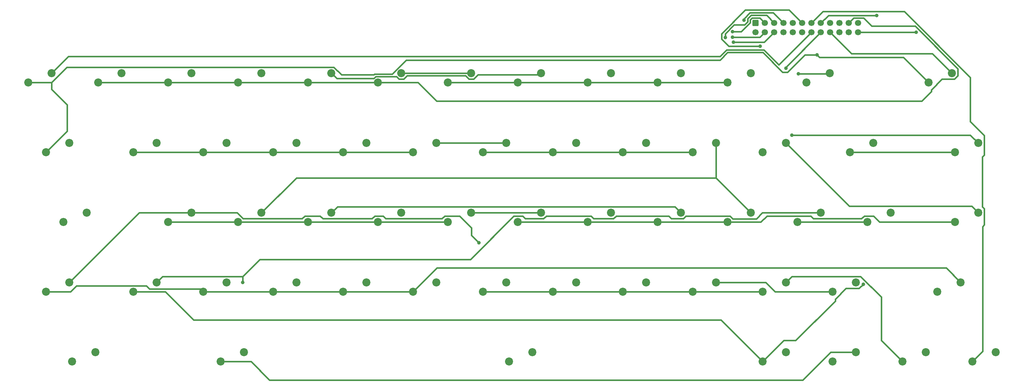
<source format=gbr>
%TF.GenerationSoftware,KiCad,Pcbnew,7.0.1*%
%TF.CreationDate,2023-10-19T22:58:34+03:00*%
%TF.ProjectId,keyboard_cherry,6b657962-6f61-4726-945f-636865727279,rev?*%
%TF.SameCoordinates,Original*%
%TF.FileFunction,Copper,L1,Top*%
%TF.FilePolarity,Positive*%
%FSLAX46Y46*%
G04 Gerber Fmt 4.6, Leading zero omitted, Abs format (unit mm)*
G04 Created by KiCad (PCBNEW 7.0.1) date 2023-10-19 22:58:34*
%MOMM*%
%LPD*%
G01*
G04 APERTURE LIST*
G04 Aperture macros list*
%AMRoundRect*
0 Rectangle with rounded corners*
0 $1 Rounding radius*
0 $2 $3 $4 $5 $6 $7 $8 $9 X,Y pos of 4 corners*
0 Add a 4 corners polygon primitive as box body*
4,1,4,$2,$3,$4,$5,$6,$7,$8,$9,$2,$3,0*
0 Add four circle primitives for the rounded corners*
1,1,$1+$1,$2,$3*
1,1,$1+$1,$4,$5*
1,1,$1+$1,$6,$7*
1,1,$1+$1,$8,$9*
0 Add four rect primitives between the rounded corners*
20,1,$1+$1,$2,$3,$4,$5,0*
20,1,$1+$1,$4,$5,$6,$7,0*
20,1,$1+$1,$6,$7,$8,$9,0*
20,1,$1+$1,$8,$9,$2,$3,0*%
G04 Aperture macros list end*
%TA.AperFunction,ComponentPad*%
%ADD10RoundRect,0.250000X0.600000X-0.600000X0.600000X0.600000X-0.600000X0.600000X-0.600000X-0.600000X0*%
%TD*%
%TA.AperFunction,ComponentPad*%
%ADD11C,1.700000*%
%TD*%
%TA.AperFunction,ComponentPad*%
%ADD12C,2.200000*%
%TD*%
%TA.AperFunction,ViaPad*%
%ADD13C,1.000000*%
%TD*%
%TA.AperFunction,Conductor*%
%ADD14C,0.400000*%
%TD*%
G04 APERTURE END LIST*
D10*
%TO.P,J1,1,Pin_1*%
%TO.N,Net-(J1-Pin_1)*%
X211750000Y-4590000D03*
D11*
%TO.P,J1,2,Pin_2*%
%TO.N,Net-(J1-Pin_2)*%
X211750000Y-7130000D03*
%TO.P,J1,3,Pin_3*%
%TO.N,Net-(J1-Pin_3)*%
X214290000Y-4590000D03*
%TO.P,J1,4,Pin_4*%
%TO.N,Net-(J1-Pin_4)*%
X214290000Y-7130000D03*
%TO.P,J1,5,Pin_5*%
%TO.N,Net-(J1-Pin_5)*%
X216830000Y-4590000D03*
%TO.P,J1,6,Pin_6*%
%TO.N,Net-(J1-Pin_6)*%
X216830000Y-7130000D03*
%TO.P,J1,7,Pin_7*%
%TO.N,Net-(J1-Pin_7)*%
X219370000Y-4590000D03*
%TO.P,J1,8,Pin_8*%
%TO.N,Net-(J1-Pin_8)*%
X219370000Y-7130000D03*
%TO.P,J1,9,Pin_9*%
%TO.N,Net-(J1-Pin_9)*%
X221910000Y-4590000D03*
%TO.P,J1,10,Pin_10*%
%TO.N,Net-(J1-Pin_10)*%
X221910000Y-7130000D03*
%TO.P,J1,11,Pin_11*%
%TO.N,Net-(J1-Pin_11)*%
X224450000Y-4590000D03*
%TO.P,J1,12,Pin_12*%
%TO.N,Net-(J1-Pin_12)*%
X224450000Y-7130000D03*
%TO.P,J1,13,Pin_13*%
%TO.N,Net-(J1-Pin_13)*%
X226990000Y-4590000D03*
%TO.P,J1,14,Pin_14*%
%TO.N,Net-(J1-Pin_14)*%
X226990000Y-7130000D03*
%TO.P,J1,15,Pin_15*%
%TO.N,Net-(J1-Pin_15)*%
X229530000Y-4590000D03*
%TO.P,J1,16,Pin_16*%
%TO.N,Net-(J1-Pin_16)*%
X229530000Y-7130000D03*
%TO.P,J1,17,Pin_17*%
%TO.N,Net-(J1-Pin_17)*%
X232070000Y-4590000D03*
%TO.P,J1,18,Pin_18*%
%TO.N,Net-(J1-Pin_18)*%
X232070000Y-7130000D03*
%TO.P,J1,19,Pin_19*%
%TO.N,Net-(J1-Pin_19)*%
X234610000Y-4590000D03*
%TO.P,J1,20,Pin_20*%
%TO.N,Net-(J1-Pin_20)*%
X234610000Y-7130000D03*
%TO.P,J1,21,Pin_21*%
%TO.N,Net-(J1-Pin_21)*%
X237150000Y-4590000D03*
%TO.P,J1,22,Pin_22*%
%TO.N,Net-(J1-Pin_22)*%
X237150000Y-7130000D03*
%TO.P,J1,23,Pin_23*%
%TO.N,Net-(J1-Pin_23)*%
X239690000Y-4590000D03*
%TO.P,J1,24,Pin_24*%
%TO.N,Net-(J1-Pin_24)*%
X239690000Y-7130000D03*
%TD*%
D12*
%TO.P,SW21,1,1*%
%TO.N,Net-(J1-Pin_4)*%
X162867900Y-37350000D03*
%TO.P,SW21,2,2*%
%TO.N,Net-(J1-Pin_17)*%
X156517900Y-39890000D03*
%TD*%
%TO.P,SW59,1,1*%
%TO.N,Net-(J1-Pin_6)*%
X277167900Y-94500000D03*
%TO.P,SW59,2,2*%
%TO.N,Net-(J1-Pin_13)*%
X270817900Y-97040000D03*
%TD*%
%TO.P,SW33,1,1*%
%TO.N,Net-(J1-Pin_3)*%
X153342900Y-56400000D03*
%TO.P,SW33,2,2*%
%TO.N,Net-(J1-Pin_15)*%
X146992900Y-58940000D03*
%TD*%
%TO.P,SW60,1,1*%
%TO.N,Net-(J1-Pin_1)*%
X231924200Y-18300000D03*
%TO.P,SW60,2,2*%
%TO.N,Net-(J1-Pin_2)*%
X225574200Y-20840000D03*
%TD*%
%TO.P,SW2,1,1*%
%TO.N,Net-(J1-Pin_9)*%
X272405400Y-37350000D03*
%TO.P,SW2,2,2*%
%TO.N,Net-(J1-Pin_20)*%
X266055400Y-39890000D03*
%TD*%
%TO.P,SW23,1,1*%
%TO.N,Net-(J1-Pin_6)*%
X200967900Y-37350000D03*
%TO.P,SW23,2,2*%
%TO.N,Net-(J1-Pin_17)*%
X194617900Y-39890000D03*
%TD*%
%TO.P,SW25,1,1*%
%TO.N,Net-(J1-Pin_11)*%
X72380400Y-94500000D03*
%TO.P,SW25,2,2*%
%TO.N,Net-(J1-Pin_18)*%
X66030400Y-97040000D03*
%TD*%
%TO.P,SW46,1,1*%
%TO.N,Net-(J1-Pin_5)*%
X181917900Y-75450000D03*
%TO.P,SW46,2,2*%
%TO.N,Net-(J1-Pin_13)*%
X175567900Y-77990000D03*
%TD*%
%TO.P,SW29,1,1*%
%TO.N,Net-(J1-Pin_6)*%
X77142900Y-56400000D03*
%TO.P,SW29,2,2*%
%TO.N,Net-(J1-Pin_23)*%
X70792900Y-58940000D03*
%TD*%
%TO.P,SW32,1,1*%
%TO.N,Net-(J1-Pin_3)*%
X134292900Y-56400000D03*
%TO.P,SW32,2,2*%
%TO.N,Net-(J1-Pin_23)*%
X127942900Y-58940000D03*
%TD*%
%TO.P,SW17,1,1*%
%TO.N,Net-(J1-Pin_5)*%
X86667900Y-37350000D03*
%TO.P,SW17,2,2*%
%TO.N,Net-(J1-Pin_22)*%
X80317900Y-39890000D03*
%TD*%
%TO.P,SW49,1,1*%
%TO.N,Net-(J1-Pin_13)*%
X31899200Y-94500000D03*
%TO.P,SW49,2,2*%
%TO.N,Net-(J1-Pin_6)*%
X25549200Y-97040000D03*
%TD*%
%TO.P,SW37,1,1*%
%TO.N,Net-(J1-Pin_7)*%
X272405400Y-56400000D03*
%TO.P,SW37,2,2*%
%TO.N,Net-(J1-Pin_15)*%
X266055400Y-58940000D03*
%TD*%
%TO.P,SW13,1,1*%
%TO.N,Net-(J1-Pin_14)*%
X19992900Y-18300000D03*
%TO.P,SW13,2,2*%
%TO.N,Net-(J1-Pin_12)*%
X13642900Y-20840000D03*
%TD*%
%TO.P,SW39,1,1*%
%TO.N,Net-(J1-Pin_11)*%
X48567900Y-75450000D03*
%TO.P,SW39,2,2*%
%TO.N,Net-(J1-Pin_20)*%
X42217900Y-77990000D03*
%TD*%
%TO.P,SW19,1,1*%
%TO.N,Net-(J1-Pin_3)*%
X124767900Y-37350000D03*
%TO.P,SW19,2,2*%
%TO.N,Net-(J1-Pin_22)*%
X118417900Y-39890000D03*
%TD*%
%TO.P,SW28,1,1*%
%TO.N,Net-(J1-Pin_7)*%
X58092900Y-56400000D03*
%TO.P,SW28,2,2*%
%TO.N,Net-(J1-Pin_23)*%
X51742900Y-58940000D03*
%TD*%
%TO.P,SW24,1,1*%
%TO.N,Net-(J1-Pin_7)*%
X220017900Y-37350000D03*
%TO.P,SW24,2,2*%
%TO.N,Net-(J1-Pin_17)*%
X213667900Y-39890000D03*
%TD*%
%TO.P,SW9,1,1*%
%TO.N,Net-(J1-Pin_4)*%
X153342900Y-18300000D03*
%TO.P,SW9,2,2*%
%TO.N,Net-(J1-Pin_19)*%
X146992900Y-20840000D03*
%TD*%
%TO.P,SW34,1,1*%
%TO.N,Net-(J1-Pin_4)*%
X172392900Y-56400000D03*
%TO.P,SW34,2,2*%
%TO.N,Net-(J1-Pin_15)*%
X166042900Y-58940000D03*
%TD*%
%TO.P,SW6,1,1*%
%TO.N,Net-(J1-Pin_4)*%
X96192900Y-18300000D03*
%TO.P,SW6,2,2*%
%TO.N,Net-(J1-Pin_21)*%
X89842900Y-20840000D03*
%TD*%
%TO.P,SW12,1,1*%
%TO.N,Net-(J1-Pin_7)*%
X210492900Y-18300000D03*
%TO.P,SW12,2,2*%
%TO.N,Net-(J1-Pin_19)*%
X204142900Y-20840000D03*
%TD*%
%TO.P,SW22,1,1*%
%TO.N,Net-(J1-Pin_5)*%
X181917900Y-37350000D03*
%TO.P,SW22,2,2*%
%TO.N,Net-(J1-Pin_17)*%
X175567900Y-39890000D03*
%TD*%
%TO.P,SW45,1,1*%
%TO.N,Net-(J1-Pin_4)*%
X162867900Y-75450000D03*
%TO.P,SW45,2,2*%
%TO.N,Net-(J1-Pin_13)*%
X156517900Y-77990000D03*
%TD*%
%TO.P,SW57,1,1*%
%TO.N,Net-(J1-Pin_18)*%
X239067900Y-94500000D03*
%TO.P,SW57,2,2*%
%TO.N,Net-(J1-Pin_8)*%
X232717900Y-97040000D03*
%TD*%
%TO.P,SW58,1,1*%
%TO.N,Net-(J1-Pin_9)*%
X200967900Y-75450000D03*
%TO.P,SW58,2,2*%
%TO.N,Net-(J1-Pin_13)*%
X194617900Y-77990000D03*
%TD*%
%TO.P,SW41,1,1*%
%TO.N,Net-(J1-Pin_5)*%
X86667900Y-75450000D03*
%TO.P,SW41,2,2*%
%TO.N,Net-(J1-Pin_24)*%
X80317900Y-77990000D03*
%TD*%
%TO.P,SW51,1,1*%
%TO.N,Net-(J1-Pin_8)*%
X248592900Y-56400000D03*
%TO.P,SW51,2,2*%
%TO.N,Net-(J1-Pin_16)*%
X242242900Y-58940000D03*
%TD*%
%TO.P,SW36,1,1*%
%TO.N,Net-(J1-Pin_6)*%
X210492900Y-56400000D03*
%TO.P,SW36,2,2*%
%TO.N,Net-(J1-Pin_15)*%
X204142900Y-58940000D03*
%TD*%
%TO.P,SW48,1,1*%
%TO.N,Net-(J1-Pin_24)*%
X267642900Y-75450000D03*
%TO.P,SW48,2,2*%
%TO.N,Net-(J1-Pin_7)*%
X261292900Y-77990000D03*
%TD*%
%TO.P,SW10,1,1*%
%TO.N,Net-(J1-Pin_5)*%
X172392900Y-18300000D03*
%TO.P,SW10,2,2*%
%TO.N,Net-(J1-Pin_19)*%
X166042900Y-20840000D03*
%TD*%
%TO.P,SW4,1,1*%
%TO.N,Net-(J1-Pin_6)*%
X58092900Y-18300000D03*
%TO.P,SW4,2,2*%
%TO.N,Net-(J1-Pin_21)*%
X51742900Y-20840000D03*
%TD*%
%TO.P,SW31,1,1*%
%TO.N,Net-(J1-Pin_4)*%
X115242900Y-56400000D03*
%TO.P,SW31,2,2*%
%TO.N,Net-(J1-Pin_23)*%
X108892900Y-58940000D03*
%TD*%
%TO.P,SW5,1,1*%
%TO.N,Net-(J1-Pin_5)*%
X77142900Y-18300000D03*
%TO.P,SW5,2,2*%
%TO.N,Net-(J1-Pin_21)*%
X70792900Y-20840000D03*
%TD*%
%TO.P,SW1,1,1*%
%TO.N,Net-(J1-Pin_10)*%
X243830400Y-37350000D03*
%TO.P,SW1,2,2*%
%TO.N,Net-(J1-Pin_20)*%
X237480400Y-39890000D03*
%TD*%
%TO.P,SW7,1,1*%
%TO.N,Net-(J1-Pin_3)*%
X115242900Y-18300000D03*
%TO.P,SW7,2,2*%
%TO.N,Net-(J1-Pin_21)*%
X108892900Y-20840000D03*
%TD*%
%TO.P,SW53,1,1*%
%TO.N,Net-(J1-Pin_18)*%
X258117900Y-94500000D03*
%TO.P,SW53,2,2*%
%TO.N,Net-(J1-Pin_10)*%
X251767900Y-97040000D03*
%TD*%
%TO.P,SW56,1,1*%
%TO.N,Net-(J1-Pin_18)*%
X239067900Y-75450000D03*
%TO.P,SW56,2,2*%
%TO.N,Net-(J1-Pin_9)*%
X232717900Y-77990000D03*
%TD*%
%TO.P,SW16,1,1*%
%TO.N,Net-(J1-Pin_6)*%
X67617900Y-37350000D03*
%TO.P,SW16,2,2*%
%TO.N,Net-(J1-Pin_22)*%
X61267900Y-39890000D03*
%TD*%
%TO.P,SW40,1,1*%
%TO.N,Net-(J1-Pin_6)*%
X67617900Y-75450000D03*
%TO.P,SW40,2,2*%
%TO.N,Net-(J1-Pin_24)*%
X61267900Y-77990000D03*
%TD*%
%TO.P,SW18,1,1*%
%TO.N,Net-(J1-Pin_4)*%
X105717900Y-37350000D03*
%TO.P,SW18,2,2*%
%TO.N,Net-(J1-Pin_22)*%
X99367900Y-39890000D03*
%TD*%
%TO.P,SW42,1,1*%
%TO.N,Net-(J1-Pin_4)*%
X105717900Y-75450000D03*
%TO.P,SW42,2,2*%
%TO.N,Net-(J1-Pin_24)*%
X99367900Y-77990000D03*
%TD*%
%TO.P,SW54,1,1*%
%TO.N,Net-(J1-Pin_7)*%
X150961700Y-94500000D03*
%TO.P,SW54,2,2*%
%TO.N,Net-(J1-Pin_13)*%
X144611700Y-97040000D03*
%TD*%
%TO.P,SW52,1,1*%
%TO.N,Net-(J1-Pin_8)*%
X220017900Y-94500000D03*
%TO.P,SW52,2,2*%
%TO.N,Net-(J1-Pin_20)*%
X213667900Y-97040000D03*
%TD*%
%TO.P,SW43,1,1*%
%TO.N,Net-(J1-Pin_3)*%
X124767900Y-75450000D03*
%TO.P,SW43,2,2*%
%TO.N,Net-(J1-Pin_24)*%
X118417900Y-77990000D03*
%TD*%
%TO.P,SW27,1,1*%
%TO.N,Net-(J1-Pin_20)*%
X24755400Y-37350000D03*
%TO.P,SW27,2,2*%
%TO.N,Net-(J1-Pin_12)*%
X18405400Y-39890000D03*
%TD*%
%TO.P,SW26,1,1*%
%TO.N,Net-(J1-Pin_11)*%
X29517900Y-56400000D03*
%TO.P,SW26,2,2*%
%TO.N,Net-(J1-Pin_14)*%
X23167900Y-58940000D03*
%TD*%
%TO.P,SW44,1,1*%
%TO.N,Net-(J1-Pin_3)*%
X143817900Y-75450000D03*
%TO.P,SW44,2,2*%
%TO.N,Net-(J1-Pin_13)*%
X137467900Y-77990000D03*
%TD*%
%TO.P,SW47,1,1*%
%TO.N,Net-(J1-Pin_10)*%
X220017900Y-75450000D03*
%TO.P,SW47,2,2*%
%TO.N,Net-(J1-Pin_13)*%
X213667900Y-77990000D03*
%TD*%
%TO.P,SW15,1,1*%
%TO.N,Net-(J1-Pin_7)*%
X48567900Y-37350000D03*
%TO.P,SW15,2,2*%
%TO.N,Net-(J1-Pin_22)*%
X42217900Y-39890000D03*
%TD*%
%TO.P,SW35,1,1*%
%TO.N,Net-(J1-Pin_5)*%
X191442900Y-56400000D03*
%TO.P,SW35,2,2*%
%TO.N,Net-(J1-Pin_15)*%
X185092900Y-58940000D03*
%TD*%
%TO.P,SW3,1,1*%
%TO.N,Net-(J1-Pin_7)*%
X39042900Y-18300000D03*
%TO.P,SW3,2,2*%
%TO.N,Net-(J1-Pin_21)*%
X32692900Y-20840000D03*
%TD*%
%TO.P,SW11,1,1*%
%TO.N,Net-(J1-Pin_6)*%
X191442900Y-18300000D03*
%TO.P,SW11,2,2*%
%TO.N,Net-(J1-Pin_19)*%
X185092900Y-20840000D03*
%TD*%
%TO.P,SW38,1,1*%
%TO.N,Net-(J1-Pin_7)*%
X24755400Y-75450000D03*
%TO.P,SW38,2,2*%
%TO.N,Net-(J1-Pin_24)*%
X18405400Y-77990000D03*
%TD*%
%TO.P,SW30,1,1*%
%TO.N,Net-(J1-Pin_5)*%
X96192900Y-56400000D03*
%TO.P,SW30,2,2*%
%TO.N,Net-(J1-Pin_23)*%
X89842900Y-58940000D03*
%TD*%
%TO.P,SW50,1,1*%
%TO.N,Net-(J1-Pin_11)*%
X229542900Y-56400000D03*
%TO.P,SW50,2,2*%
%TO.N,Net-(J1-Pin_16)*%
X223192900Y-58940000D03*
%TD*%
%TO.P,SW14,1,1*%
%TO.N,Net-(J1-Pin_18)*%
X265261700Y-18300000D03*
%TO.P,SW14,2,2*%
%TO.N,Net-(J1-Pin_12)*%
X258911700Y-20840000D03*
%TD*%
%TO.P,SW8,1,1*%
%TO.N,Net-(J1-Pin_3)*%
X134292900Y-18300000D03*
%TO.P,SW8,2,2*%
%TO.N,Net-(J1-Pin_19)*%
X127942900Y-20840000D03*
%TD*%
%TO.P,SW20,1,1*%
%TO.N,Net-(J1-Pin_3)*%
X143817900Y-37350000D03*
%TO.P,SW20,2,2*%
%TO.N,Net-(J1-Pin_17)*%
X137467900Y-39890000D03*
%TD*%
D13*
%TO.N,Net-(J1-Pin_1)*%
X223440100Y-18474400D03*
%TO.N,Net-(J1-Pin_3)*%
X205442300Y-6966200D03*
%TO.N,Net-(J1-Pin_4)*%
X205443900Y-8484200D03*
%TO.N,Net-(J1-Pin_5)*%
X203477400Y-8580100D03*
%TO.N,Net-(J1-Pin_6)*%
X205676200Y-9837300D03*
%TO.N,Net-(J1-Pin_7)*%
X136363900Y-64570000D03*
X208597300Y-3799100D03*
%TO.N,Net-(J1-Pin_9)*%
X221661900Y-35189200D03*
%TO.N,Net-(J1-Pin_11)*%
X71986400Y-75428100D03*
X212961200Y-10944800D03*
%TO.N,Net-(J1-Pin_12)*%
X228495100Y-13273500D03*
%TO.N,Net-(J1-Pin_15)*%
X244738100Y-2534100D03*
%TO.N,Net-(J1-Pin_16)*%
X219998000Y-16977900D03*
%TO.N,Net-(J1-Pin_20)*%
X241064300Y-75935400D03*
%TO.N,Net-(J1-Pin_24)*%
X255476400Y-7130000D03*
%TD*%
D14*
%TO.N,Net-(J1-Pin_14)*%
X24542900Y-13750000D02*
X19992900Y-18300000D01*
X202040351Y-13750000D02*
X24542900Y-13750000D01*
X214034450Y-11944800D02*
X203845551Y-11944800D01*
X218104825Y-16015175D02*
X214034450Y-11944800D01*
X203845551Y-11944800D02*
X202040351Y-13750000D01*
X226990000Y-7130000D02*
X218104825Y-16015175D01*
%TO.N,Net-(J1-Pin_12)*%
X225187400Y-13273500D02*
X228495100Y-13273500D01*
X219123500Y-18023800D02*
X220437100Y-18023800D01*
X213744500Y-12644800D02*
X219123500Y-18023800D01*
X204135501Y-12644800D02*
X213744500Y-12644800D01*
X202030301Y-14750000D02*
X204135501Y-12644800D01*
X116530158Y-14750000D02*
X202030301Y-14750000D01*
X112740158Y-18540000D02*
X116530158Y-14750000D01*
X107940209Y-18540000D02*
X112740158Y-18540000D01*
X98905642Y-18750000D02*
X107730208Y-18750000D01*
X96855642Y-16700000D02*
X98905642Y-18750000D01*
X107730208Y-18750000D02*
X107940209Y-18540000D01*
X24124400Y-16700000D02*
X96855642Y-16700000D01*
X220437100Y-18023800D02*
X225187400Y-13273500D01*
X19984400Y-20840000D02*
X24124400Y-16700000D01*
%TO.N,Net-(J1-Pin_4)*%
X97642900Y-19750000D02*
X96192900Y-18300000D01*
X107720158Y-19750000D02*
X97642900Y-19750000D01*
X108230158Y-19240000D02*
X107720158Y-19750000D01*
X113920158Y-19240000D02*
X108230158Y-19240000D01*
X114580158Y-19900000D02*
X113920158Y-19240000D01*
X115905642Y-19900000D02*
X114580158Y-19900000D01*
X116805642Y-19000000D02*
X115905642Y-19900000D01*
X136105642Y-18750000D02*
X134955642Y-19900000D01*
X134955642Y-19900000D02*
X133630158Y-19900000D01*
X132730158Y-19000000D02*
X116805642Y-19000000D01*
X152892900Y-18750000D02*
X136105642Y-18750000D01*
X153342900Y-18300000D02*
X152892900Y-18750000D01*
X133630158Y-19900000D02*
X132730158Y-19000000D01*
%TO.N,Net-(J1-Pin_1)*%
X231749800Y-18474400D02*
X231924200Y-18300000D01*
X223440100Y-18474400D02*
X231749800Y-18474400D01*
%TO.N,Net-(J1-Pin_3)*%
X212905200Y-3205200D02*
X214290000Y-4590000D01*
X153342900Y-56400000D02*
X134292900Y-56400000D01*
X134292900Y-18300000D02*
X115242900Y-18300000D01*
X143817900Y-37350000D02*
X124767900Y-37350000D01*
X205442300Y-6966200D02*
X207864400Y-6966200D01*
X210301100Y-3728100D02*
X210824000Y-3205200D01*
X210301100Y-4529500D02*
X210301100Y-3728100D01*
X207864400Y-6966200D02*
X210301100Y-4529500D01*
X210824000Y-3205200D02*
X212905200Y-3205200D01*
%TO.N,Net-(J1-Pin_4)*%
X212935800Y-8484200D02*
X205443900Y-8484200D01*
X214290000Y-7130000D02*
X212935800Y-8484200D01*
%TO.N,Net-(J1-Pin_5)*%
X209599200Y-3435300D02*
X210531200Y-2503300D01*
X189830400Y-54787500D02*
X97805400Y-54787500D01*
X214743300Y-2503300D02*
X216830000Y-4590000D01*
X210531200Y-2503300D02*
X214743300Y-2503300D01*
X191442900Y-56400000D02*
X189830400Y-54787500D01*
X203477400Y-7514200D02*
X205901500Y-5090100D01*
X203477400Y-8580100D02*
X203477400Y-7514200D01*
X208746900Y-5090100D02*
X209599200Y-4237800D01*
X205901500Y-5090100D02*
X208746900Y-5090100D01*
X97805400Y-54787500D02*
X96192900Y-56400000D01*
X209599200Y-4237800D02*
X209599200Y-3435300D01*
%TO.N,Net-(J1-Pin_6)*%
X200967900Y-46875000D02*
X210492900Y-56400000D01*
X216830000Y-7130000D02*
X214122700Y-9837300D01*
X200967900Y-37350000D02*
X200967900Y-46875000D01*
X200967900Y-46875000D02*
X86667900Y-46875000D01*
X214122700Y-9837300D02*
X205676200Y-9837300D01*
X86667900Y-46875000D02*
X77142900Y-56400000D01*
%TO.N,Net-(J1-Pin_7)*%
X216581400Y-1801400D02*
X210238400Y-1801400D01*
X208597300Y-3442500D02*
X208597300Y-3799100D01*
X93142100Y-57300400D02*
X88942500Y-57300400D01*
X107273900Y-58019000D02*
X93860700Y-58019000D01*
X110983500Y-58022400D02*
X110273500Y-57312400D01*
X237328400Y-54660500D02*
X270665900Y-54660500D01*
X88942500Y-57300400D02*
X88220500Y-58022400D01*
X88220500Y-58022400D02*
X72140800Y-58022400D01*
X126320500Y-58022400D02*
X110983500Y-58022400D01*
X127028100Y-57314800D02*
X126320500Y-58022400D01*
X220017900Y-37350000D02*
X237328400Y-54660500D01*
X136363900Y-64570000D02*
X134332500Y-62538600D01*
X131128800Y-57314800D02*
X127028100Y-57314800D01*
X58092900Y-56400000D02*
X43805400Y-56400000D01*
X43805400Y-56400000D02*
X24755400Y-75450000D01*
X219370000Y-4590000D02*
X216581400Y-1801400D01*
X134332500Y-60518500D02*
X131128800Y-57314800D01*
X72140800Y-58022400D02*
X70518400Y-56400000D01*
X210238400Y-1801400D02*
X208597300Y-3442500D01*
X134332500Y-62538600D02*
X134332500Y-60518500D01*
X270665900Y-54660500D02*
X272405400Y-56400000D01*
X93860700Y-58019000D02*
X93142100Y-57300400D01*
X110273500Y-57312400D02*
X107980500Y-57312400D01*
X70518400Y-56400000D02*
X58092900Y-56400000D01*
X107980500Y-57312400D02*
X107273900Y-58019000D01*
%TO.N,Net-(J1-Pin_9)*%
X232717900Y-77990000D02*
X217054700Y-77990000D01*
X272405400Y-37350000D02*
X270244600Y-35189200D01*
X214514700Y-75450000D02*
X200967900Y-75450000D01*
X270244600Y-35189200D02*
X221661900Y-35189200D01*
X217054700Y-77990000D02*
X214514700Y-75450000D01*
%TO.N,Net-(J1-Pin_10)*%
X245998300Y-91270400D02*
X251767900Y-97040000D01*
X221660200Y-73807700D02*
X240358500Y-73807700D01*
X245998300Y-79447500D02*
X245998300Y-91270400D01*
X220017900Y-75450000D02*
X221660200Y-73807700D01*
X240358500Y-73807700D02*
X245998300Y-79447500D01*
%TO.N,Net-(J1-Pin_11)*%
X202453100Y-8982500D02*
X204415400Y-10944800D01*
X224450000Y-4590000D02*
X220909400Y-1049400D01*
X204806500Y-57338100D02*
X192770300Y-57338100D01*
X148959600Y-58001900D02*
X148275400Y-57317700D01*
X220909400Y-1049400D02*
X208949600Y-1049400D01*
X134042700Y-69158700D02*
X76642500Y-69158700D01*
X205528600Y-58060200D02*
X204806500Y-57338100D01*
X204415400Y-10944800D02*
X212961200Y-10944800D01*
X192106500Y-58001900D02*
X188776700Y-58001900D01*
X211944700Y-58060200D02*
X205528600Y-58060200D01*
X76642500Y-69158700D02*
X71986400Y-73814800D01*
X145883700Y-57317700D02*
X134042700Y-69158700D01*
X188074600Y-57299800D02*
X173758600Y-57299800D01*
X202453100Y-7545900D02*
X202453100Y-8982500D01*
X71986400Y-73814800D02*
X71986400Y-75428100D01*
X50203100Y-73814800D02*
X48567900Y-75450000D01*
X166942700Y-57299800D02*
X154708600Y-57299800D01*
X167644800Y-58001900D02*
X166942700Y-57299800D01*
X229542900Y-56400000D02*
X213604900Y-56400000D01*
X154708600Y-57299800D02*
X154006500Y-58001900D01*
X188776700Y-58001900D02*
X188074600Y-57299800D01*
X192770300Y-57338100D02*
X192106500Y-58001900D01*
X71986400Y-73814800D02*
X50203100Y-73814800D01*
X208949600Y-1049400D02*
X202453100Y-7545900D01*
X148275400Y-57317700D02*
X145883700Y-57317700D01*
X213604900Y-56400000D02*
X211944700Y-58060200D01*
X154006500Y-58001900D02*
X148959600Y-58001900D01*
X173758600Y-57299800D02*
X173056500Y-58001900D01*
X173056500Y-58001900D02*
X167644800Y-58001900D01*
%TO.N,Net-(J1-Pin_12)*%
X229196900Y-13975300D02*
X252047000Y-13975300D01*
X252047000Y-13975300D02*
X258911700Y-20840000D01*
X19984400Y-22740688D02*
X19984400Y-20840000D01*
X24200000Y-34095400D02*
X24200000Y-26956288D01*
X228495100Y-13273500D02*
X229196900Y-13975300D01*
X19984400Y-20840000D02*
X13642900Y-20840000D01*
X18405400Y-39890000D02*
X24200000Y-34095400D01*
X24200000Y-26956288D02*
X19984400Y-22740688D01*
%TO.N,Net-(J1-Pin_13)*%
X274023300Y-35309100D02*
X270253100Y-31538900D01*
X274041900Y-59703700D02*
X274041900Y-55306500D01*
X156517900Y-77990000D02*
X137467900Y-77990000D01*
X175567900Y-77990000D02*
X156517900Y-77990000D01*
X273560700Y-41134900D02*
X274023300Y-40672300D01*
X213667900Y-77990000D02*
X194617900Y-77990000D01*
X230095500Y-1484500D02*
X226990000Y-4590000D01*
X273560700Y-54825300D02*
X273560700Y-41134900D01*
X270253100Y-31538900D02*
X270253100Y-19482000D01*
X273578100Y-94279800D02*
X273578100Y-60167500D01*
X270253100Y-19482000D02*
X252255600Y-1484500D01*
X273578100Y-60167500D02*
X274041900Y-59703700D01*
X274041900Y-55306500D02*
X273560700Y-54825300D01*
X274023300Y-40672300D02*
X274023300Y-35309100D01*
X270817900Y-97040000D02*
X273578100Y-94279800D01*
X252255600Y-1484500D02*
X230095500Y-1484500D01*
X194617900Y-77990000D02*
X175567900Y-77990000D01*
%TO.N,Net-(J1-Pin_15)*%
X214829800Y-57306100D02*
X226773400Y-57306100D01*
X213195900Y-58940000D02*
X214829800Y-57306100D01*
X185092900Y-58940000D02*
X166042900Y-58940000D01*
X243908900Y-57322400D02*
X245526500Y-58940000D01*
X231585900Y-2534100D02*
X244738100Y-2534100D01*
X245526500Y-58940000D02*
X266055400Y-58940000D01*
X204142900Y-58940000D02*
X213195900Y-58940000D01*
X204142900Y-58940000D02*
X185092900Y-58940000D01*
X166042900Y-58940000D02*
X146992900Y-58940000D01*
X226773400Y-57306100D02*
X227489500Y-58022200D01*
X241320500Y-57322400D02*
X243908900Y-57322400D01*
X240620700Y-58022200D02*
X241320500Y-57322400D01*
X227489500Y-58022200D02*
X240620700Y-58022200D01*
X229530000Y-4590000D02*
X231585900Y-2534100D01*
%TO.N,Net-(J1-Pin_16)*%
X229530000Y-7130000D02*
X219998000Y-16662000D01*
X219998000Y-16662000D02*
X219998000Y-16977900D01*
X223192900Y-58940000D02*
X242242900Y-58940000D01*
%TO.N,Net-(J1-Pin_17)*%
X175567900Y-39890000D02*
X156517900Y-39890000D01*
X137467900Y-39890000D02*
X156517900Y-39890000D01*
X194617900Y-39890000D02*
X175567900Y-39890000D01*
%TO.N,Net-(J1-Pin_18)*%
X232070000Y-7130000D02*
X237863400Y-12923400D01*
X232206500Y-94500000D02*
X224617100Y-102089400D01*
X74292300Y-97040000D02*
X66030400Y-97040000D01*
X259885100Y-12923400D02*
X265261700Y-18300000D01*
X79341700Y-102089400D02*
X74292300Y-97040000D01*
X239067900Y-94500000D02*
X232206500Y-94500000D01*
X224617100Y-102089400D02*
X79341700Y-102089400D01*
X237863400Y-12923400D02*
X259885100Y-12923400D01*
%TO.N,Net-(J1-Pin_19)*%
X185092900Y-20840000D02*
X204142900Y-20840000D01*
X166042900Y-20840000D02*
X185092900Y-20840000D01*
X127942900Y-20840000D02*
X146992900Y-20840000D01*
X146992900Y-20840000D02*
X166042900Y-20840000D01*
%TO.N,Net-(J1-Pin_20)*%
X202336000Y-85708100D02*
X58676500Y-85708100D01*
X237480400Y-39890000D02*
X266055400Y-39890000D01*
X222678400Y-91255200D02*
X219452700Y-91255200D01*
X213667900Y-97040000D02*
X202336000Y-85708100D01*
X233443200Y-80004000D02*
X233443200Y-80490400D01*
X219452700Y-91255200D02*
X213667900Y-97040000D01*
X233443200Y-80490400D02*
X222678400Y-91255200D01*
X241064300Y-75935400D02*
X239920800Y-77078900D01*
X58676500Y-85708100D02*
X50958400Y-77990000D01*
X236368300Y-77078900D02*
X233443200Y-80004000D01*
X239920800Y-77078900D02*
X236368300Y-77078900D01*
X50958400Y-77990000D02*
X42217900Y-77990000D01*
%TO.N,Net-(J1-Pin_21)*%
X265920400Y-19928900D02*
X262562100Y-19928900D01*
X119811500Y-20840000D02*
X108892900Y-20840000D01*
X51742900Y-20840000D02*
X32692900Y-20840000D01*
X124886800Y-25915300D02*
X119811500Y-20840000D01*
X89842900Y-20840000D02*
X70792900Y-20840000D01*
X259637000Y-23323100D02*
X257044800Y-25915300D01*
X241222200Y-3238100D02*
X243413300Y-5429200D01*
X70792900Y-20840000D02*
X51742900Y-20840000D01*
X259637000Y-22854000D02*
X259637000Y-23323100D01*
X255201000Y-5429200D02*
X266876000Y-17104200D01*
X238501900Y-3238100D02*
X241222200Y-3238100D01*
X266876000Y-18973300D02*
X265920400Y-19928900D01*
X266876000Y-17104200D02*
X266876000Y-18973300D01*
X108892900Y-20840000D02*
X89842900Y-20840000D01*
X257044800Y-25915300D02*
X124886800Y-25915300D01*
X237150000Y-4590000D02*
X238501900Y-3238100D01*
X243413300Y-5429200D02*
X255201000Y-5429200D01*
X262562100Y-19928900D02*
X259637000Y-22854000D01*
%TO.N,Net-(J1-Pin_22)*%
X61267900Y-39890000D02*
X42217900Y-39890000D01*
X118417900Y-39890000D02*
X99367900Y-39890000D01*
X99367900Y-39890000D02*
X80317900Y-39890000D01*
X80317900Y-39890000D02*
X61267900Y-39890000D01*
%TO.N,Net-(J1-Pin_23)*%
X108892900Y-58940000D02*
X127942900Y-58940000D01*
X70792900Y-58940000D02*
X51742900Y-58940000D01*
X89842900Y-58940000D02*
X108892900Y-58940000D01*
X70792900Y-58940000D02*
X89842900Y-58940000D01*
%TO.N,Net-(J1-Pin_24)*%
X267642900Y-75450000D02*
X263687200Y-71494300D01*
X80317900Y-77990000D02*
X99367900Y-77990000D01*
X46007000Y-76603600D02*
X46004900Y-76603600D01*
X26723500Y-76377800D02*
X25111300Y-77990000D01*
X25111300Y-77990000D02*
X18405400Y-77990000D01*
X45779100Y-76377800D02*
X26723500Y-76377800D01*
X61267900Y-77990000D02*
X80317900Y-77990000D01*
X46004900Y-76603600D02*
X45779100Y-76377800D01*
X124913600Y-71494300D02*
X118417900Y-77990000D01*
X46633300Y-77229900D02*
X46007000Y-76603600D01*
X99367900Y-77990000D02*
X118417900Y-77990000D01*
X239690000Y-7130000D02*
X255476400Y-7130000D01*
X60507800Y-77229900D02*
X46633300Y-77229900D01*
X263687200Y-71494300D02*
X124913600Y-71494300D01*
X61267900Y-77990000D02*
X60507800Y-77229900D01*
%TD*%
M02*

</source>
